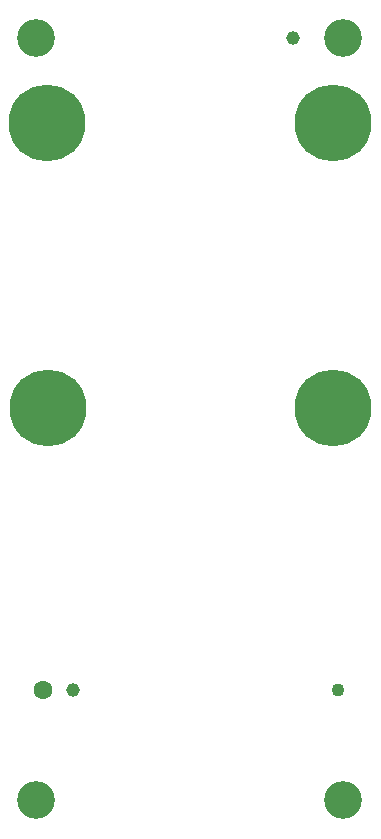
<source format=gbs>
%TF.GenerationSoftware,KiCad,Pcbnew,(6.0.2)*%
%TF.CreationDate,2022-02-24T00:22:58+01:00*%
%TF.ProjectId,mini-pcie-breakout,6d696e69-2d70-4636-9965-2d627265616b,rev?*%
%TF.SameCoordinates,Original*%
%TF.FileFunction,Soldermask,Bot*%
%TF.FilePolarity,Negative*%
%FSLAX46Y46*%
G04 Gerber Fmt 4.6, Leading zero omitted, Abs format (unit mm)*
G04 Created by KiCad (PCBNEW (6.0.2)) date 2022-02-24 00:22:58*
%MOMM*%
%LPD*%
G01*
G04 APERTURE LIST*
%ADD10C,1.152000*%
%ADD11C,6.500000*%
%ADD12C,3.200000*%
%ADD13C,1.100000*%
%ADD14C,1.600000*%
G04 APERTURE END LIST*
D10*
%TO.C,H10*%
X68750000Y-31500000D03*
%TD*%
%TO.C,H9*%
X50110141Y-86650000D03*
%TD*%
D11*
%TO.C,H4*%
X48000000Y-62800000D03*
%TD*%
%TO.C,H3*%
X72100000Y-62800000D03*
%TD*%
%TO.C,H2*%
X47950000Y-38650000D03*
%TD*%
%TO.C,H1*%
X72150000Y-38650000D03*
%TD*%
D12*
%TO.C,H8*%
X47000000Y-96000000D03*
%TD*%
%TO.C,H7*%
X47000000Y-31500000D03*
%TD*%
%TO.C,H6*%
X73000000Y-96000000D03*
%TD*%
%TO.C,H5*%
X73000000Y-31500000D03*
%TD*%
D13*
%TO.C,J1*%
X72550000Y-86700000D03*
D14*
X47550000Y-86700000D03*
%TD*%
M02*

</source>
